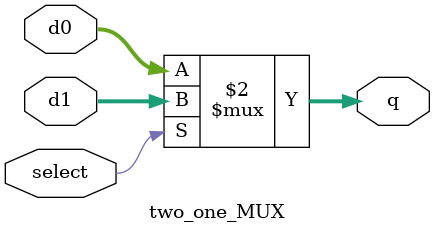
<source format=sv>
module two_one_MUX (
input logic [3:0] d0, d1, input logic select,
output logic [3:0] q
);

assign q = (select == 1) ? d1 : d0;

endmodule

</source>
